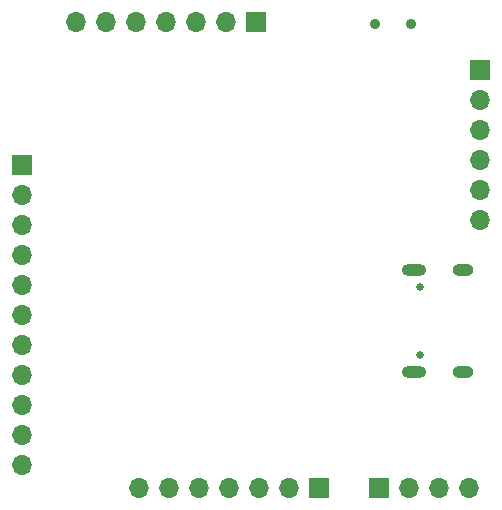
<source format=gbr>
%TF.GenerationSoftware,KiCad,Pcbnew,7.0.8*%
%TF.CreationDate,2024-02-20T11:28:20-06:00*%
%TF.ProjectId,CH32V103DevBoard,43483332-5631-4303-9344-6576426f6172,rev?*%
%TF.SameCoordinates,Original*%
%TF.FileFunction,Soldermask,Bot*%
%TF.FilePolarity,Negative*%
%FSLAX46Y46*%
G04 Gerber Fmt 4.6, Leading zero omitted, Abs format (unit mm)*
G04 Created by KiCad (PCBNEW 7.0.8) date 2024-02-20 11:28:20*
%MOMM*%
%LPD*%
G01*
G04 APERTURE LIST*
%ADD10R,1.700000X1.700000*%
%ADD11O,1.700000X1.700000*%
%ADD12C,0.900000*%
%ADD13C,0.650000*%
%ADD14O,2.100000X1.000000*%
%ADD15O,1.800000X1.000000*%
G04 APERTURE END LIST*
D10*
%TO.C,J7*%
X153240000Y-63600000D03*
D11*
X150700000Y-63600000D03*
X148160000Y-63600000D03*
X145620000Y-63600000D03*
X143080000Y-63600000D03*
X140540000Y-63600000D03*
X138000000Y-63600000D03*
%TD*%
D10*
%TO.C,J4*%
X133400000Y-75700000D03*
D11*
X133400000Y-78240000D03*
X133400000Y-80780000D03*
X133400000Y-83320000D03*
X133400000Y-85860000D03*
X133400000Y-88400000D03*
X133400000Y-90940000D03*
X133400000Y-93480000D03*
X133400000Y-96020000D03*
X133400000Y-98560000D03*
X133400000Y-101100000D03*
%TD*%
D10*
%TO.C,J5*%
X158570000Y-103000000D03*
D11*
X156030000Y-103000000D03*
X153490000Y-103000000D03*
X150950000Y-103000000D03*
X148410000Y-103000000D03*
X145870000Y-103000000D03*
X143330000Y-103000000D03*
%TD*%
D10*
%TO.C,J3*%
X163600000Y-103000000D03*
D11*
X166140000Y-103000000D03*
X168680000Y-103000000D03*
X171220000Y-103000000D03*
%TD*%
D12*
%TO.C,SW2*%
X166300000Y-63745000D03*
X163300000Y-63745000D03*
%TD*%
D10*
%TO.C,J2*%
X172200000Y-67650000D03*
D11*
X172200000Y-70190000D03*
X172200000Y-72730000D03*
X172200000Y-75270000D03*
X172200000Y-77810000D03*
X172200000Y-80350000D03*
%TD*%
D13*
%TO.C,J1*%
X167112500Y-91790000D03*
X167112500Y-86010000D03*
D14*
X166612500Y-93220000D03*
D15*
X170762500Y-93220000D03*
D14*
X166612500Y-84580000D03*
D15*
X170762500Y-84580000D03*
%TD*%
M02*

</source>
